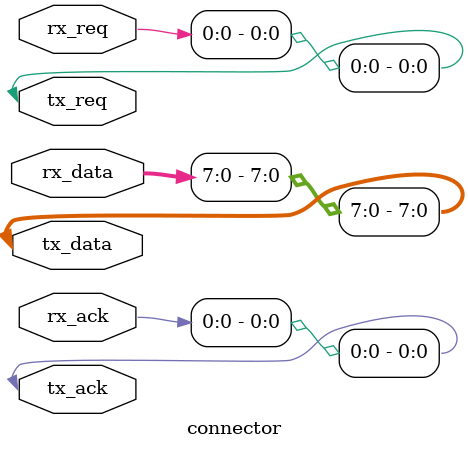
<source format=v>
`ifndef _inc_connector_
`define _inc_connector_

module connector(tx_req, tx_ack, tx_data, rx_req, rx_ack, rx_data);

	parameter SIZE = 8; // data bits
	parameter TX_PORT_COUNT = 3; // number of ports (tx)
	parameter RX_PORT_COUNT = 3; // number of ports (rx)
	parameter TX_PORT = 0; // index of tx port to connect
	parameter RX_PORT = 0; // index of rx port to connect

	inout [TX_PORT_COUNT-1:0] tx_req;
	inout [TX_PORT_COUNT-1:0] tx_ack;
	inout [TX_PORT_COUNT*SIZE-1:0] tx_data;

	inout [RX_PORT_COUNT-1:0] rx_req;
	inout [RX_PORT_COUNT-1:0] rx_ack;
	inout [RX_PORT_COUNT*SIZE-1:0] rx_data;

	localparam TX_LSB = TX_PORT * SIZE;
	localparam TX_MSB = (TX_PORT+1) * SIZE - 1;

	localparam RX_LSB = RX_PORT * SIZE;
	localparam RX_MSB = (RX_PORT+1) * SIZE - 1;

	assign rx_data[RX_MSB:RX_LSB] = tx_data[TX_MSB:TX_LSB];
	assign rx_req[RX_PORT] = tx_req[TX_PORT];
	assign tx_ack[TX_PORT] = rx_ack[RX_PORT];

endmodule

`endif

</source>
